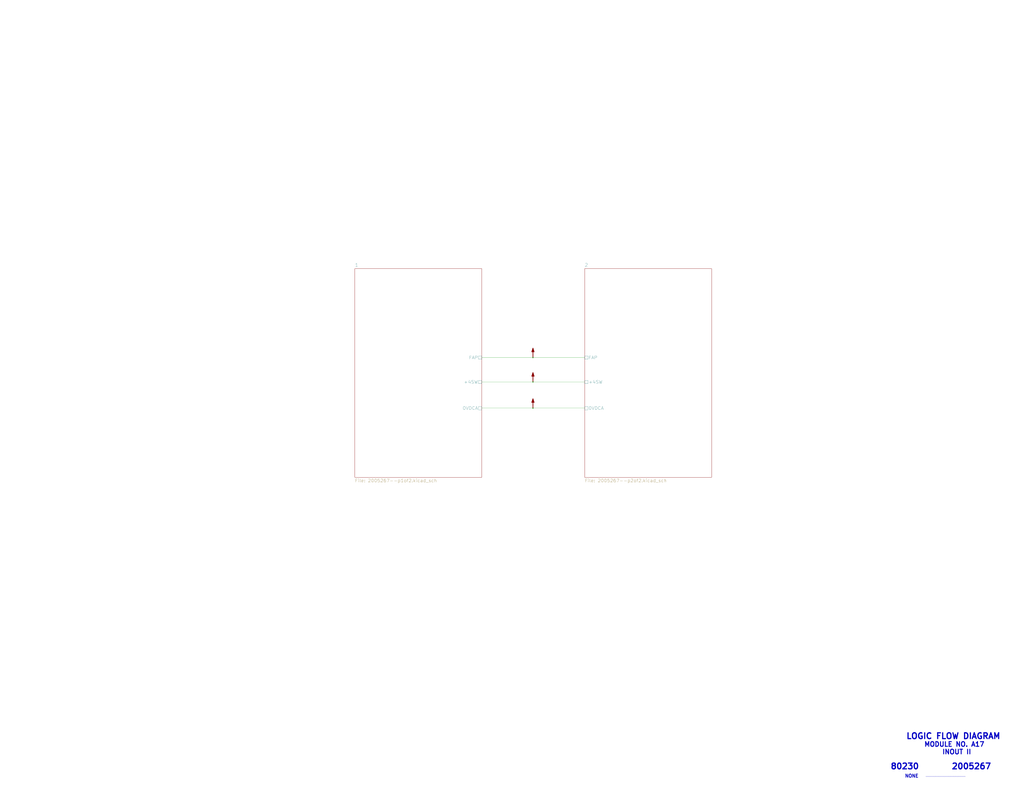
<source format=kicad_sch>
(kicad_sch (version 20211123) (generator eeschema)
  (paper "E")
  (lib_symbols
    (symbol "AGC_DSKY:PWR_FLAG" (power) (pin_numbers hide) (pin_names (offset 0) hide)
      (symbol "PWR_FLAG_0_0"
        (pin power_out line (at 0 0 90) (length 0) (name "pwr") (number "1"))
      )
      (symbol "PWR_FLAG_0_1"
        (polyline (pts (xy 0 0) (xy 0 10.16)) (stroke (width 0.762)))
        (polyline (pts (xy 0 10.16) (xy -1.27 6.35) (xy 1.27 6.35) (xy 0 10.16)) (stroke (width 0.762)) (fill (type outline)))
      )
    )
  )
  (junction (at 581.66 417.195))
  (junction (at 581.66 390.525))
  (junction (at 581.66 445.77))
  (wire (pts (xy 525.78 417.195) (xy 581.66 417.195)))
  (wire (pts (xy 525.78 445.77) (xy 581.66 445.77)))
  (wire (pts (xy 581.66 417.195) (xy 638.175 417.195)))
  (wire (pts (xy 581.66 390.525) (xy 638.175 390.525)))
  (wire (pts (xy 525.78 390.525) (xy 581.66 390.525)))
  (wire (pts (xy 581.66 445.77) (xy 638.175 445.77)))
  (text "MODULE NO. A17" (at 1008.38 815.975 0) (effects (font (size 5.08 5.08) (thickness 1.016) bold) (justify left bottom)))
  (text "2005267" (at 1038.225 840.74 0) (effects (font (size 6.35 6.35) (thickness 1.27) bold) (justify left bottom)))
  (text "________________" (at 1010.285 848.36 0) (effects (font (size 3.556 3.556)) (justify left bottom)))
  (text "NONE" (at 987.425 849.63 0) (effects (font (size 3.556 3.556) (thickness 0.7112) bold) (justify left bottom)))
  (text "INOUT II" (at 1028.065 824.23 0) (effects (font (size 5.08 5.08) (thickness 1.016) bold) (justify left bottom)))
  (text "80230" (at 971.55 840.74 0) (effects (font (size 6.35 6.35) (thickness 1.27) bold) (justify left bottom)))
  (text "LOGIC FLOW DIAGRAM" (at 988.695 807.72 0) (effects (font (size 6.35 6.35) (thickness 1.27) bold) (justify left bottom)))
  (symbol (lib_id "AGC_DSKY:PWR_FLAG") (at 581.66 445.77 0) (unit 1)
    (property "Reference" "#FLG0103" (effects hide))
    (property "Value" "PWR_FLAG" (effects hide))
  )
  (symbol (lib_id "AGC_DSKY:PWR_FLAG") (at 581.66 417.195 0) (unit 1)
    (property "Reference" "#FLG0102" (effects hide))
    (property "Value" "PWR_FLAG" (effects hide))
  )
  (symbol (lib_id "AGC_DSKY:PWR_FLAG") (at 581.66 390.525 0) (unit 1)
    (property "Reference" "#FLG0101" (effects hide))
    (property "Value" "PWR_FLAG" (effects hide))
  )
  (sheet (at 387.35 293.37) (size 138.43 227.965)
    (property "Sheet name" "1" (at 387.35 291.5154 0) (effects (font (size 3.556 3.556)) (justify left bottom)))
    (property "Sheet file" "2005267--p1of2.kicad_sch" (at 387.35 522.834 0) (effects (font (size 3.556 3.556)) (justify left top)))
    (pin "0VDCA" passive (at 525.78 445.77 0) (effects (font (size 3.556 3.556))))
    (pin "+4SW" passive (at 525.78 417.195 0) (effects (font (size 3.556 3.556))))
    (pin "FAP" passive (at 525.78 390.525 0) (effects (font (size 3.556 3.556))))
  )
  (sheet (at 638.175 293.37) (size 138.43 227.965)
    (property "Sheet name" "2" (at 638.175 291.5154 0) (effects (font (size 3.556 3.556)) (justify left bottom)))
    (property "Sheet file" "2005267--p2of2.kicad_sch" (at 638.175 522.834 0) (effects (font (size 3.556 3.556)) (justify left top)))
    (pin "0VDCA" passive (at 638.175 445.77 180) (effects (font (size 3.556 3.556))))
    (pin "+4SW" passive (at 638.175 417.195 180) (effects (font (size 3.556 3.556))))
    (pin "FAP" passive (at 638.175 390.525 180) (effects (font (size 3.556 3.556))))
  )
)
</source>
